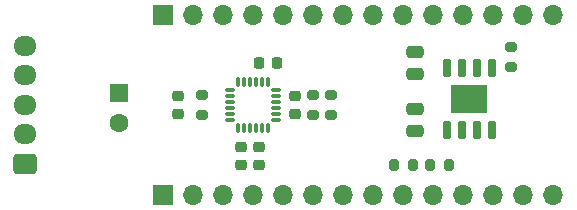
<source format=gbr>
%TF.GenerationSoftware,KiCad,Pcbnew,(6.0.1)*%
%TF.CreationDate,2022-02-11T11:56:36-05:00*%
%TF.ProjectId,POVshield-V3,504f5673-6869-4656-9c64-2d56332e6b69,rev?*%
%TF.SameCoordinates,Original*%
%TF.FileFunction,Soldermask,Top*%
%TF.FilePolarity,Negative*%
%FSLAX46Y46*%
G04 Gerber Fmt 4.6, Leading zero omitted, Abs format (unit mm)*
G04 Created by KiCad (PCBNEW (6.0.1)) date 2022-02-11 11:56:36*
%MOMM*%
%LPD*%
G01*
G04 APERTURE LIST*
G04 Aperture macros list*
%AMRoundRect*
0 Rectangle with rounded corners*
0 $1 Rounding radius*
0 $2 $3 $4 $5 $6 $7 $8 $9 X,Y pos of 4 corners*
0 Add a 4 corners polygon primitive as box body*
4,1,4,$2,$3,$4,$5,$6,$7,$8,$9,$2,$3,0*
0 Add four circle primitives for the rounded corners*
1,1,$1+$1,$2,$3*
1,1,$1+$1,$4,$5*
1,1,$1+$1,$6,$7*
1,1,$1+$1,$8,$9*
0 Add four rect primitives between the rounded corners*
20,1,$1+$1,$2,$3,$4,$5,0*
20,1,$1+$1,$4,$5,$6,$7,0*
20,1,$1+$1,$6,$7,$8,$9,0*
20,1,$1+$1,$8,$9,$2,$3,0*%
G04 Aperture macros list end*
%ADD10RoundRect,0.250000X0.475000X-0.250000X0.475000X0.250000X-0.475000X0.250000X-0.475000X-0.250000X0*%
%ADD11RoundRect,0.200000X0.275000X-0.200000X0.275000X0.200000X-0.275000X0.200000X-0.275000X-0.200000X0*%
%ADD12RoundRect,0.225000X-0.250000X0.225000X-0.250000X-0.225000X0.250000X-0.225000X0.250000X0.225000X0*%
%ADD13RoundRect,0.218750X-0.256250X0.218750X-0.256250X-0.218750X0.256250X-0.218750X0.256250X0.218750X0*%
%ADD14RoundRect,0.200000X0.200000X0.275000X-0.200000X0.275000X-0.200000X-0.275000X0.200000X-0.275000X0*%
%ADD15RoundRect,0.150000X-0.150000X0.650000X-0.150000X-0.650000X0.150000X-0.650000X0.150000X0.650000X0*%
%ADD16R,3.100000X2.410000*%
%ADD17RoundRect,0.200000X-0.275000X0.200000X-0.275000X-0.200000X0.275000X-0.200000X0.275000X0.200000X0*%
%ADD18RoundRect,0.250000X-0.475000X0.250000X-0.475000X-0.250000X0.475000X-0.250000X0.475000X0.250000X0*%
%ADD19R,1.600000X1.600000*%
%ADD20C,1.600000*%
%ADD21RoundRect,0.225000X0.250000X-0.225000X0.250000X0.225000X-0.250000X0.225000X-0.250000X-0.225000X0*%
%ADD22RoundRect,0.075000X-0.350000X-0.075000X0.350000X-0.075000X0.350000X0.075000X-0.350000X0.075000X0*%
%ADD23RoundRect,0.075000X0.075000X-0.350000X0.075000X0.350000X-0.075000X0.350000X-0.075000X-0.350000X0*%
%ADD24RoundRect,0.225000X-0.225000X-0.250000X0.225000X-0.250000X0.225000X0.250000X-0.225000X0.250000X0*%
%ADD25RoundRect,0.250000X0.725000X-0.600000X0.725000X0.600000X-0.725000X0.600000X-0.725000X-0.600000X0*%
%ADD26O,1.950000X1.700000*%
%ADD27R,1.700000X1.700000*%
%ADD28O,1.700000X1.700000*%
G04 APERTURE END LIST*
D10*
X112776000Y-103820000D03*
X112776000Y-101920000D03*
D11*
X94742000Y-102425000D03*
X94742000Y-100775000D03*
D12*
X99568000Y-105143000D03*
X99568000Y-106693000D03*
D13*
X92710000Y-100812500D03*
X92710000Y-102387500D03*
D14*
X115633000Y-106680000D03*
X113983000Y-106680000D03*
X112585000Y-106680000D03*
X110935000Y-106680000D03*
D15*
X119266005Y-98442000D03*
X117996005Y-98442000D03*
X116726005Y-98442000D03*
X115456005Y-98442000D03*
X115456005Y-103742000D03*
X116726005Y-103742000D03*
X117996005Y-103742000D03*
X119266005Y-103742000D03*
D16*
X117361005Y-101092000D03*
D17*
X120904000Y-96711000D03*
X120904000Y-98361000D03*
D11*
X105664000Y-102425000D03*
X105664000Y-100775000D03*
D18*
X112776000Y-97094000D03*
X112776000Y-98994000D03*
D19*
X87700000Y-100600000D03*
D20*
X87700000Y-103100000D03*
D11*
X104140000Y-102425000D03*
X104140000Y-100775000D03*
D21*
X102616000Y-102375000D03*
X102616000Y-100825000D03*
D22*
X97110000Y-100350000D03*
X97110000Y-100850000D03*
X97110000Y-101350000D03*
X97110000Y-101850000D03*
X97110000Y-102350000D03*
X97110000Y-102850000D03*
D23*
X97810000Y-103550000D03*
X98310000Y-103550000D03*
X98810000Y-103550000D03*
X99310000Y-103550000D03*
X99810000Y-103550000D03*
X100310000Y-103550000D03*
D22*
X101010000Y-102850000D03*
X101010000Y-102350000D03*
X101010000Y-101850000D03*
X101010000Y-101350000D03*
X101010000Y-100850000D03*
X101010000Y-100350000D03*
D23*
X100310000Y-99650000D03*
X99810000Y-99650000D03*
X99310000Y-99650000D03*
X98810000Y-99650000D03*
X98310000Y-99650000D03*
X97810000Y-99650000D03*
D12*
X98044000Y-105143000D03*
X98044000Y-106693000D03*
D24*
X99555000Y-98044000D03*
X101105000Y-98044000D03*
D25*
X79756000Y-106600000D03*
D26*
X79756000Y-104100000D03*
X79756000Y-101600000D03*
X79756000Y-99100000D03*
X79756000Y-96600000D03*
D27*
X91440000Y-93980000D03*
D28*
X93980000Y-93980000D03*
X96520000Y-93980000D03*
X99060000Y-93980000D03*
X101600000Y-93980000D03*
X104140000Y-93980000D03*
X106680000Y-93980000D03*
X109220000Y-93980000D03*
X111760000Y-93980000D03*
X114300000Y-93980000D03*
X116840000Y-93980000D03*
X119380000Y-93980000D03*
X121920000Y-93980000D03*
X124460000Y-93980000D03*
D27*
X91440000Y-109220000D03*
D28*
X93980000Y-109220000D03*
X96520000Y-109220000D03*
X99060000Y-109220000D03*
X101600000Y-109220000D03*
X104140000Y-109220000D03*
X106680000Y-109220000D03*
X109220000Y-109220000D03*
X111760000Y-109220000D03*
X114300000Y-109220000D03*
X116840000Y-109220000D03*
X119380000Y-109220000D03*
X121920000Y-109220000D03*
X124460000Y-109220000D03*
M02*

</source>
